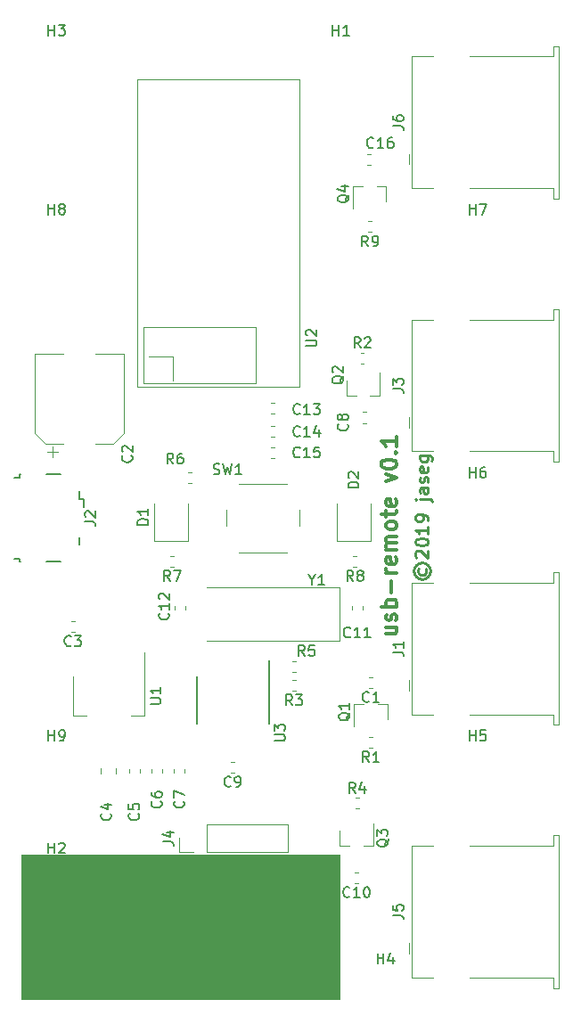
<source format=gbr>
From ac4cbca273e8bbde5b2f58df29e1fb6321fc2ee7 Mon Sep 17 00:00:00 2001
From: jaseg <git@jaseg.net>
Date: Wed, 14 Oct 2020 13:06:13 +0200
Subject: Fix driver circuits

---
 gerber/remote-F_SilkS.gbr | 2054 ---------------------------------------------
 1 file changed, 2054 deletions(-)
 delete mode 100644 gerber/remote-F_SilkS.gbr

(limited to 'gerber/remote-F_SilkS.gbr')

diff --git a/gerber/remote-F_SilkS.gbr b/gerber/remote-F_SilkS.gbr
deleted file mode 100644
index 7e4b24f..0000000
--- a/gerber/remote-F_SilkS.gbr
+++ /dev/null
@@ -1,2054 +0,0 @@
-G04 #@! TF.GenerationSoftware,KiCad,Pcbnew,(5.99.0-52-gefbc802f4)*
-G04 #@! TF.CreationDate,2019-11-04T16:58:43+01:00*
-G04 #@! TF.ProjectId,remote,72656d6f-7465-42e6-9b69-6361645f7063,rev?*
-G04 #@! TF.SameCoordinates,Original*
-G04 #@! TF.FileFunction,Legend,Top*
-G04 #@! TF.FilePolarity,Positive*
-%FSLAX46Y46*%
-G04 Gerber Fmt 4.6, Leading zero omitted, Abs format (unit mm)*
-G04 Created by KiCad (PCBNEW (5.99.0-52-gefbc802f4)) date 2019-11-04 16:58:43*
-%MOMM*%
-%LPD*%
-G04 APERTURE LIST*
-%ADD10C,0.100000*%
-%ADD11C,0.250000*%
-%ADD12C,0.300000*%
-%ADD13C,0.120000*%
-%ADD14C,0.150000*%
-G04 APERTURE END LIST*
-D10*
-G36*
-X182100000Y-164800000D02*
-G01*
-X151900000Y-164800000D01*
-X151900000Y-151100000D01*
-X182100000Y-151100000D01*
-X182100000Y-164800000D01*
-X182100000Y-164800000D01*
-G37*
-X182100000Y-164800000D02*
-X151900000Y-164800000D01*
-X151900000Y-151100000D01*
-X182100000Y-151100000D01*
-X182100000Y-164800000D01*
-D11*
-X189628571Y-123885714D02*
-X189571428Y-124000000D01*
-X189571428Y-124228571D01*
-X189628571Y-124342857D01*
-X189742857Y-124457142D01*
-X189857142Y-124514285D01*
-X190085714Y-124514285D01*
-X190200000Y-124457142D01*
-X190314285Y-124342857D01*
-X190371428Y-124228571D01*
-X190371428Y-124000000D01*
-X190314285Y-123885714D01*
-X189171428Y-124114285D02*
-X189228571Y-124400000D01*
-X189400000Y-124685714D01*
-X189685714Y-124857142D01*
-X189971428Y-124914285D01*
-X190257142Y-124857142D01*
-X190542857Y-124685714D01*
-X190714285Y-124400000D01*
-X190771428Y-124114285D01*
-X190714285Y-123828571D01*
-X190542857Y-123542857D01*
-X190257142Y-123371428D01*
-X189971428Y-123314285D01*
-X189685714Y-123371428D01*
-X189400000Y-123542857D01*
-X189228571Y-123828571D01*
-X189171428Y-124114285D01*
-X189457142Y-122857142D02*
-X189400000Y-122800000D01*
-X189342857Y-122685714D01*
-X189342857Y-122400000D01*
-X189400000Y-122285714D01*
-X189457142Y-122228571D01*
-X189571428Y-122171428D01*
-X189685714Y-122171428D01*
-X189857142Y-122228571D01*
-X190542857Y-122914285D01*
-X190542857Y-122171428D01*
-X189342857Y-121428571D02*
-X189342857Y-121314285D01*
-X189400000Y-121200000D01*
-X189457142Y-121142857D01*
-X189571428Y-121085714D01*
-X189800000Y-121028571D01*
-X190085714Y-121028571D01*
-X190314285Y-121085714D01*
-X190428571Y-121142857D01*
-X190485714Y-121200000D01*
-X190542857Y-121314285D01*
-X190542857Y-121428571D01*
-X190485714Y-121542857D01*
-X190428571Y-121600000D01*
-X190314285Y-121657142D01*
-X190085714Y-121714285D01*
-X189800000Y-121714285D01*
-X189571428Y-121657142D01*
-X189457142Y-121600000D01*
-X189400000Y-121542857D01*
-X189342857Y-121428571D01*
-X190542857Y-119885714D02*
-X190542857Y-120571428D01*
-X190542857Y-120228571D02*
-X189342857Y-120228571D01*
-X189514285Y-120342857D01*
-X189628571Y-120457142D01*
-X189685714Y-120571428D01*
-X190542857Y-119314285D02*
-X190542857Y-119085714D01*
-X190485714Y-118971428D01*
-X190428571Y-118914285D01*
-X190257142Y-118800000D01*
-X190028571Y-118742857D01*
-X189571428Y-118742857D01*
-X189457142Y-118800000D01*
-X189400000Y-118857142D01*
-X189342857Y-118971428D01*
-X189342857Y-119200000D01*
-X189400000Y-119314285D01*
-X189457142Y-119371428D01*
-X189571428Y-119428571D01*
-X189857142Y-119428571D01*
-X189971428Y-119371428D01*
-X190028571Y-119314285D01*
-X190085714Y-119200000D01*
-X190085714Y-118971428D01*
-X190028571Y-118857142D01*
-X189971428Y-118800000D01*
-X189857142Y-118742857D01*
-X189742857Y-117314285D02*
-X190771428Y-117314285D01*
-X190885714Y-117371428D01*
-X190942857Y-117485714D01*
-X190942857Y-117542857D01*
-X189342857Y-117314285D02*
-X189400000Y-117371428D01*
-X189457142Y-117314285D01*
-X189400000Y-117257142D01*
-X189342857Y-117314285D01*
-X189457142Y-117314285D01*
-X190542857Y-116228571D02*
-X189914285Y-116228571D01*
-X189800000Y-116285714D01*
-X189742857Y-116400000D01*
-X189742857Y-116628571D01*
-X189800000Y-116742857D01*
-X190485714Y-116228571D02*
-X190542857Y-116342857D01*
-X190542857Y-116628571D01*
-X190485714Y-116742857D01*
-X190371428Y-116800000D01*
-X190257142Y-116800000D01*
-X190142857Y-116742857D01*
-X190085714Y-116628571D01*
-X190085714Y-116342857D01*
-X190028571Y-116228571D01*
-X190485714Y-115714285D02*
-X190542857Y-115600000D01*
-X190542857Y-115371428D01*
-X190485714Y-115257142D01*
-X190371428Y-115200000D01*
-X190314285Y-115200000D01*
-X190200000Y-115257142D01*
-X190142857Y-115371428D01*
-X190142857Y-115542857D01*
-X190085714Y-115657142D01*
-X189971428Y-115714285D01*
-X189914285Y-115714285D01*
-X189800000Y-115657142D01*
-X189742857Y-115542857D01*
-X189742857Y-115371428D01*
-X189800000Y-115257142D01*
-X190485714Y-114228571D02*
-X190542857Y-114342857D01*
-X190542857Y-114571428D01*
-X190485714Y-114685714D01*
-X190371428Y-114742857D01*
-X189914285Y-114742857D01*
-X189800000Y-114685714D01*
-X189742857Y-114571428D01*
-X189742857Y-114342857D01*
-X189800000Y-114228571D01*
-X189914285Y-114171428D01*
-X190028571Y-114171428D01*
-X190142857Y-114742857D01*
-X189742857Y-113142857D02*
-X190714285Y-113142857D01*
-X190828571Y-113200000D01*
-X190885714Y-113257142D01*
-X190942857Y-113371428D01*
-X190942857Y-113542857D01*
-X190885714Y-113657142D01*
-X190485714Y-113142857D02*
-X190542857Y-113257142D01*
-X190542857Y-113485714D01*
-X190485714Y-113600000D01*
-X190428571Y-113657142D01*
-X190314285Y-113714285D01*
-X189971428Y-113714285D01*
-X189857142Y-113657142D01*
-X189800000Y-113600000D01*
-X189742857Y-113485714D01*
-X189742857Y-113257142D01*
-X189800000Y-113142857D01*
-D12*
-X186578571Y-129478571D02*
-X187578571Y-129478571D01*
-X186578571Y-130121428D02*
-X187364285Y-130121428D01*
-X187507142Y-130050000D01*
-X187578571Y-129907142D01*
-X187578571Y-129692857D01*
-X187507142Y-129550000D01*
-X187435714Y-129478571D01*
-X187507142Y-128835714D02*
-X187578571Y-128692857D01*
-X187578571Y-128407142D01*
-X187507142Y-128264285D01*
-X187364285Y-128192857D01*
-X187292857Y-128192857D01*
-X187150000Y-128264285D01*
-X187078571Y-128407142D01*
-X187078571Y-128621428D01*
-X187007142Y-128764285D01*
-X186864285Y-128835714D01*
-X186792857Y-128835714D01*
-X186650000Y-128764285D01*
-X186578571Y-128621428D01*
-X186578571Y-128407142D01*
-X186650000Y-128264285D01*
-X187578571Y-127550000D02*
-X186078571Y-127550000D01*
-X186650000Y-127550000D02*
-X186578571Y-127407142D01*
-X186578571Y-127121428D01*
-X186650000Y-126978571D01*
-X186721428Y-126907142D01*
-X186864285Y-126835714D01*
-X187292857Y-126835714D01*
-X187435714Y-126907142D01*
-X187507142Y-126978571D01*
-X187578571Y-127121428D01*
-X187578571Y-127407142D01*
-X187507142Y-127550000D01*
-X187007142Y-126192857D02*
-X187007142Y-125050000D01*
-X187578571Y-124335714D02*
-X186578571Y-124335714D01*
-X186864285Y-124335714D02*
-X186721428Y-124264285D01*
-X186650000Y-124192857D01*
-X186578571Y-124050000D01*
-X186578571Y-123907142D01*
-X187507142Y-122835714D02*
-X187578571Y-122978571D01*
-X187578571Y-123264285D01*
-X187507142Y-123407142D01*
-X187364285Y-123478571D01*
-X186792857Y-123478571D01*
-X186650000Y-123407142D01*
-X186578571Y-123264285D01*
-X186578571Y-122978571D01*
-X186650000Y-122835714D01*
-X186792857Y-122764285D01*
-X186935714Y-122764285D01*
-X187078571Y-123478571D01*
-X187578571Y-122121428D02*
-X186578571Y-122121428D01*
-X186721428Y-122121428D02*
-X186650000Y-122050000D01*
-X186578571Y-121907142D01*
-X186578571Y-121692857D01*
-X186650000Y-121550000D01*
-X186792857Y-121478571D01*
-X187578571Y-121478571D01*
-X186792857Y-121478571D02*
-X186650000Y-121407142D01*
-X186578571Y-121264285D01*
-X186578571Y-121050000D01*
-X186650000Y-120907142D01*
-X186792857Y-120835714D01*
-X187578571Y-120835714D01*
-X187578571Y-119907142D02*
-X187507142Y-120050000D01*
-X187435714Y-120121428D01*
-X187292857Y-120192857D01*
-X186864285Y-120192857D01*
-X186721428Y-120121428D01*
-X186650000Y-120050000D01*
-X186578571Y-119907142D01*
-X186578571Y-119692857D01*
-X186650000Y-119550000D01*
-X186721428Y-119478571D01*
-X186864285Y-119407142D01*
-X187292857Y-119407142D01*
-X187435714Y-119478571D01*
-X187507142Y-119550000D01*
-X187578571Y-119692857D01*
-X187578571Y-119907142D01*
-X186578571Y-118978571D02*
-X186578571Y-118407142D01*
-X186078571Y-118764285D02*
-X187364285Y-118764285D01*
-X187507142Y-118692857D01*
-X187578571Y-118550000D01*
-X187578571Y-118407142D01*
-X187507142Y-117335714D02*
-X187578571Y-117478571D01*
-X187578571Y-117764285D01*
-X187507142Y-117907142D01*
-X187364285Y-117978571D01*
-X186792857Y-117978571D01*
-X186650000Y-117907142D01*
-X186578571Y-117764285D01*
-X186578571Y-117478571D01*
-X186650000Y-117335714D01*
-X186792857Y-117264285D01*
-X186935714Y-117264285D01*
-X187078571Y-117978571D01*
-X186578571Y-115621428D02*
-X187578571Y-115264285D01*
-X186578571Y-114907142D01*
-X186078571Y-114050000D02*
-X186078571Y-113907142D01*
-X186150000Y-113764285D01*
-X186221428Y-113692857D01*
-X186364285Y-113621428D01*
-X186650000Y-113550000D01*
-X187007142Y-113550000D01*
-X187292857Y-113621428D01*
-X187435714Y-113692857D01*
-X187507142Y-113764285D01*
-X187578571Y-113907142D01*
-X187578571Y-114050000D01*
-X187507142Y-114192857D01*
-X187435714Y-114264285D01*
-X187292857Y-114335714D01*
-X187007142Y-114407142D01*
-X186650000Y-114407142D01*
-X186364285Y-114335714D01*
-X186221428Y-114264285D01*
-X186150000Y-114192857D01*
-X186078571Y-114050000D01*
-X187435714Y-112907142D02*
-X187507142Y-112835714D01*
-X187578571Y-112907142D01*
-X187507142Y-112978571D01*
-X187435714Y-112907142D01*
-X187578571Y-112907142D01*
-X187578571Y-111407142D02*
-X187578571Y-112264285D01*
-X187578571Y-111835714D02*
-X186078571Y-111835714D01*
-X186292857Y-111978571D01*
-X186435714Y-112121428D01*
-X186507142Y-112264285D01*
-D13*
-X182100000Y-125650000D02*
-X169500000Y-125650000D01*
-X182100000Y-130750000D02*
-X182100000Y-125650000D01*
-X169500000Y-130750000D02*
-X182100000Y-130750000D01*
-D14*
-X175450000Y-132650000D02*
-X175450000Y-138625000D01*
-X168550000Y-134175000D02*
-X168550000Y-138625000D01*
-D13*
-X163476000Y-106270000D02*
-X163476000Y-106270000D01*
-X174144000Y-106270000D02*
-X163476000Y-106270000D01*
-X162900000Y-106600000D02*
-X162900000Y-106600000D01*
-X178350000Y-106600000D02*
-X162900000Y-106600000D01*
-X178350000Y-77400000D02*
-X178350000Y-106600000D01*
-X162900000Y-77400000D02*
-X178350000Y-77400000D01*
-X162900000Y-106600000D02*
-X162900000Y-77400000D01*
-X166270000Y-106016000D02*
-X166270000Y-106016000D01*
-X166270000Y-103730000D02*
-X166270000Y-106016000D01*
-X163984000Y-103730000D02*
-X166270000Y-103730000D01*
-X174144000Y-106270000D02*
-X174144000Y-106270000D01*
-X174144000Y-100936000D02*
-X174144000Y-106270000D01*
-X163476000Y-100936000D02*
-X174144000Y-100936000D01*
-X163476000Y-106270000D02*
-X163476000Y-100936000D01*
-X163610000Y-131900000D02*
-X163610000Y-137910000D01*
-X156790000Y-134150000D02*
-X156790000Y-137910000D01*
-X163610000Y-137910000D02*
-X162350000Y-137910000D01*
-X156790000Y-137910000D02*
-X158050000Y-137910000D01*
-X178350000Y-119850000D02*
-X178350000Y-118350000D01*
-X177100000Y-115850000D02*
-X172600000Y-115850000D01*
-X171350000Y-118350000D02*
-X171350000Y-119850000D01*
-X172600000Y-122350000D02*
-X177100000Y-122350000D01*
-X185175279Y-90890000D02*
-X184849721Y-90890000D01*
-X185175279Y-91910000D02*
-X184849721Y-91910000D01*
-X183762779Y-122690000D02*
-X183437221Y-122690000D01*
-X183762779Y-123710000D02*
-X183437221Y-123710000D01*
-X166362779Y-122690000D02*
-X166037221Y-122690000D01*
-X166362779Y-123710000D02*
-X166037221Y-123710000D01*
-X168062779Y-114790000D02*
-X167737221Y-114790000D01*
-X168062779Y-115810000D02*
-X167737221Y-115810000D01*
-X177962779Y-132690000D02*
-X177637221Y-132690000D01*
-X177962779Y-133710000D02*
-X177637221Y-133710000D01*
-X183637221Y-146710000D02*
-X183962779Y-146710000D01*
-X183637221Y-145690000D02*
-X183962779Y-145690000D01*
-X177962779Y-134490000D02*
-X177637221Y-134490000D01*
-X177962779Y-135510000D02*
-X177637221Y-135510000D01*
-X184137221Y-104410000D02*
-X184462779Y-104410000D01*
-X184137221Y-103390000D02*
-X184462779Y-103390000D01*
-X185275279Y-139890000D02*
-X184949721Y-139890000D01*
-X185275279Y-140910000D02*
-X184949721Y-140910000D01*
-X186580000Y-87540000D02*
-X186580000Y-89000000D01*
-X183420000Y-87540000D02*
-X183420000Y-89700000D01*
-X183420000Y-87540000D02*
-X184350000Y-87540000D01*
-X186580000Y-87540000D02*
-X185650000Y-87540000D01*
-X182170000Y-150260000D02*
-X182170000Y-148800000D01*
-X185330000Y-150260000D02*
-X185330000Y-148100000D01*
-X185330000Y-150260000D02*
-X184400000Y-150260000D01*
-X182170000Y-150260000D02*
-X183100000Y-150260000D01*
-X182820000Y-107460000D02*
-X182820000Y-106000000D01*
-X185980000Y-107460000D02*
-X185980000Y-105300000D01*
-X185980000Y-107460000D02*
-X185050000Y-107460000D01*
-X182820000Y-107460000D02*
-X183750000Y-107460000D01*
-X186680000Y-136740000D02*
-X186680000Y-138200000D01*
-X183520000Y-136740000D02*
-X183520000Y-138900000D01*
-X183520000Y-136740000D02*
-X184450000Y-136740000D01*
-X186680000Y-136740000D02*
-X185750000Y-136740000D01*
-X202990000Y-88750000D02*
-X202990000Y-74250000D01*
-X202990000Y-74250000D02*
-X202490000Y-74250000D01*
-X202490000Y-74250000D02*
-X202490000Y-75250000D01*
-X202490000Y-75250000D02*
-X194490000Y-75250000D01*
-X190990000Y-75250000D02*
-X188990000Y-75250000D01*
-X188990000Y-75250000D02*
-X188990000Y-87750000D01*
-X188990000Y-87750000D02*
-X190990000Y-87750000D01*
-X194490000Y-87750000D02*
-X202490000Y-87750000D01*
-X202490000Y-87750000D02*
-X202490000Y-88750000D01*
-X202490000Y-88750000D02*
-X202990000Y-88750000D01*
-X188740000Y-85500000D02*
-X188740000Y-84500000D01*
-X202990000Y-163750000D02*
-X202990000Y-149250000D01*
-X202990000Y-149250000D02*
-X202490000Y-149250000D01*
-X202490000Y-149250000D02*
-X202490000Y-150250000D01*
-X202490000Y-150250000D02*
-X194490000Y-150250000D01*
-X190990000Y-150250000D02*
-X188990000Y-150250000D01*
-X188990000Y-150250000D02*
-X188990000Y-162750000D01*
-X188990000Y-162750000D02*
-X190990000Y-162750000D01*
-X194490000Y-162750000D02*
-X202490000Y-162750000D01*
-X202490000Y-162750000D02*
-X202490000Y-163750000D01*
-X202490000Y-163750000D02*
-X202990000Y-163750000D01*
-X188740000Y-160500000D02*
-X188740000Y-159500000D01*
-X166920000Y-150830000D02*
-X166920000Y-149500000D01*
-X168250000Y-150830000D02*
-X166920000Y-150830000D01*
-X169520000Y-150830000D02*
-X169520000Y-148170000D01*
-X169520000Y-148170000D02*
-X177200000Y-148170000D01*
-X169520000Y-150830000D02*
-X177200000Y-150830000D01*
-X177200000Y-150830000D02*
-X177200000Y-148170000D01*
-X202990000Y-113750000D02*
-X202990000Y-99250000D01*
-X202990000Y-99250000D02*
-X202490000Y-99250000D01*
-X202490000Y-99250000D02*
-X202490000Y-100250000D01*
-X202490000Y-100250000D02*
-X194490000Y-100250000D01*
-X190990000Y-100250000D02*
-X188990000Y-100250000D01*
-X188990000Y-100250000D02*
-X188990000Y-112750000D01*
-X188990000Y-112750000D02*
-X190990000Y-112750000D01*
-X194490000Y-112750000D02*
-X202490000Y-112750000D01*
-X202490000Y-112750000D02*
-X202490000Y-113750000D01*
-X202490000Y-113750000D02*
-X202990000Y-113750000D01*
-X188740000Y-110500000D02*
-X188740000Y-109500000D01*
-D14*
-X157400000Y-120900000D02*
-X157400000Y-121625000D01*
-X157400000Y-117300000D02*
-X157400000Y-116575000D01*
-X157825000Y-117300000D02*
-X157400000Y-117300000D01*
-X157825000Y-118025000D02*
-X157825000Y-117300000D01*
-X154250000Y-123250000D02*
-X155650000Y-123250000D01*
-X151700000Y-123250000D02*
-X151850000Y-123250000D01*
-X151700000Y-122950000D02*
-X151700000Y-123250000D01*
-X151250000Y-122950000D02*
-X151700000Y-122950000D01*
-X151700000Y-115250000D02*
-X151250000Y-115250000D01*
-X151700000Y-114950000D02*
-X151700000Y-115250000D01*
-X151850000Y-114950000D02*
-X151700000Y-114950000D01*
-X155650000Y-114950000D02*
-X154250000Y-114950000D01*
-D13*
-X202990000Y-138750000D02*
-X202990000Y-124250000D01*
-X202990000Y-124250000D02*
-X202490000Y-124250000D01*
-X202490000Y-124250000D02*
-X202490000Y-125250000D01*
-X202490000Y-125250000D02*
-X194490000Y-125250000D01*
-X190990000Y-125250000D02*
-X188990000Y-125250000D01*
-X188990000Y-125250000D02*
-X188990000Y-137750000D01*
-X188990000Y-137750000D02*
-X190990000Y-137750000D01*
-X194490000Y-137750000D02*
-X202490000Y-137750000D01*
-X202490000Y-137750000D02*
-X202490000Y-138750000D01*
-X202490000Y-138750000D02*
-X202990000Y-138750000D01*
-X188740000Y-135500000D02*
-X188740000Y-134500000D01*
-X181900000Y-121300000D02*
-X185100000Y-121300000D01*
-X185100000Y-117700000D02*
-X185100000Y-121300000D01*
-X181900000Y-117700000D02*
-X181900000Y-121300000D01*
-X164500000Y-121300000D02*
-X167700000Y-121300000D01*
-X167700000Y-117700000D02*
-X167700000Y-121300000D01*
-X164500000Y-117700000D02*
-X164500000Y-121300000D01*
-X185112779Y-84540000D02*
-X184787221Y-84540000D01*
-X185112779Y-85560000D02*
-X184787221Y-85560000D01*
-X175962779Y-112390000D02*
-X175637221Y-112390000D01*
-X175962779Y-113410000D02*
-X175637221Y-113410000D01*
-X175925279Y-110390000D02*
-X175599721Y-110390000D01*
-X175925279Y-111410000D02*
-X175599721Y-111410000D01*
-X175925279Y-108140000D02*
-X175599721Y-108140000D01*
-X175925279Y-109160000D02*
-X175599721Y-109160000D01*
-X167510000Y-127762779D02*
-X167510000Y-127437221D01*
-X166490000Y-127762779D02*
-X166490000Y-127437221D01*
-X184310000Y-127762779D02*
-X184310000Y-127437221D01*
-X183290000Y-127762779D02*
-X183290000Y-127437221D01*
-X183912779Y-152740000D02*
-X183587221Y-152740000D01*
-X183912779Y-153760000D02*
-X183587221Y-153760000D01*
-X172125279Y-142240000D02*
-X171799721Y-142240000D01*
-X172125279Y-143260000D02*
-X171799721Y-143260000D01*
-X184662779Y-109040000D02*
-X184337221Y-109040000D01*
-X184662779Y-110060000D02*
-X184337221Y-110060000D01*
-X166390000Y-142937221D02*
-X166390000Y-143262779D01*
-X167410000Y-142937221D02*
-X167410000Y-143262779D01*
-X164240000Y-142937221D02*
-X164240000Y-143262779D01*
-X165260000Y-142937221D02*
-X165260000Y-143262779D01*
-X162140000Y-142937221D02*
-X162140000Y-143262779D01*
-X163160000Y-142937221D02*
-X163160000Y-143262779D01*
-X159440000Y-142841422D02*
-X159440000Y-143358578D01*
-X160860000Y-142841422D02*
-X160860000Y-143358578D01*
-X156962779Y-128890000D02*
-X156637221Y-128890000D01*
-X156962779Y-129910000D02*
-X156637221Y-129910000D01*
-X154390000Y-112800000D02*
-X155390000Y-112800000D01*
-X154890000Y-113300000D02*
-X154890000Y-112300000D01*
-X160595563Y-112060000D02*
-X161660000Y-110995563D01*
-X154204437Y-112060000D02*
-X153140000Y-110995563D01*
-X154204437Y-112060000D02*
-X155890000Y-112060000D01*
-X160595563Y-112060000D02*
-X158910000Y-112060000D01*
-X161660000Y-110995563D02*
-X161660000Y-103540000D01*
-X153140000Y-110995563D02*
-X153140000Y-103540000D01*
-X153140000Y-103540000D02*
-X155890000Y-103540000D01*
-X161660000Y-103540000D02*
-X158910000Y-103540000D01*
-X185262779Y-134190000D02*
-X184937221Y-134190000D01*
-X185262779Y-135210000D02*
-X184937221Y-135210000D01*
-D14*
-X154488095Y-140252380D02*
-X154488095Y-139252380D01*
-X154488095Y-139728571D02*
-X155059523Y-139728571D01*
-X155059523Y-140252380D02*
-X155059523Y-139252380D01*
-X155583333Y-140252380D02*
-X155773809Y-140252380D01*
-X155869047Y-140204761D01*
-X155916666Y-140157142D01*
-X156011904Y-140014285D01*
-X156059523Y-139823809D01*
-X156059523Y-139442857D01*
-X156011904Y-139347619D01*
-X155964285Y-139300000D01*
-X155869047Y-139252380D01*
-X155678571Y-139252380D01*
-X155583333Y-139300000D01*
-X155535714Y-139347619D01*
-X155488095Y-139442857D01*
-X155488095Y-139680952D01*
-X155535714Y-139776190D01*
-X155583333Y-139823809D01*
-X155678571Y-139871428D01*
-X155869047Y-139871428D01*
-X155964285Y-139823809D01*
-X156011904Y-139776190D01*
-X156059523Y-139680952D01*
-X154488095Y-90252380D02*
-X154488095Y-89252380D01*
-X154488095Y-89728571D02*
-X155059523Y-89728571D01*
-X155059523Y-90252380D02*
-X155059523Y-89252380D01*
-X155678571Y-89680952D02*
-X155583333Y-89633333D01*
-X155535714Y-89585714D01*
-X155488095Y-89490476D01*
-X155488095Y-89442857D01*
-X155535714Y-89347619D01*
-X155583333Y-89300000D01*
-X155678571Y-89252380D01*
-X155869047Y-89252380D01*
-X155964285Y-89300000D01*
-X156011904Y-89347619D01*
-X156059523Y-89442857D01*
-X156059523Y-89490476D01*
-X156011904Y-89585714D01*
-X155964285Y-89633333D01*
-X155869047Y-89680952D01*
-X155678571Y-89680952D01*
-X155583333Y-89728571D01*
-X155535714Y-89776190D01*
-X155488095Y-89871428D01*
-X155488095Y-90061904D01*
-X155535714Y-90157142D01*
-X155583333Y-90204761D01*
-X155678571Y-90252380D01*
-X155869047Y-90252380D01*
-X155964285Y-90204761D01*
-X156011904Y-90157142D01*
-X156059523Y-90061904D01*
-X156059523Y-89871428D01*
-X156011904Y-89776190D01*
-X155964285Y-89728571D01*
-X155869047Y-89680952D01*
-X194488095Y-90252380D02*
-X194488095Y-89252380D01*
-X194488095Y-89728571D02*
-X195059523Y-89728571D01*
-X195059523Y-90252380D02*
-X195059523Y-89252380D01*
-X195440476Y-89252380D02*
-X196107142Y-89252380D01*
-X195678571Y-90252380D01*
-X194488095Y-115252380D02*
-X194488095Y-114252380D01*
-X194488095Y-114728571D02*
-X195059523Y-114728571D01*
-X195059523Y-115252380D02*
-X195059523Y-114252380D01*
-X195964285Y-114252380D02*
-X195773809Y-114252380D01*
-X195678571Y-114300000D01*
-X195630952Y-114347619D01*
-X195535714Y-114490476D01*
-X195488095Y-114680952D01*
-X195488095Y-115061904D01*
-X195535714Y-115157142D01*
-X195583333Y-115204761D01*
-X195678571Y-115252380D01*
-X195869047Y-115252380D01*
-X195964285Y-115204761D01*
-X196011904Y-115157142D01*
-X196059523Y-115061904D01*
-X196059523Y-114823809D01*
-X196011904Y-114728571D01*
-X195964285Y-114680952D01*
-X195869047Y-114633333D01*
-X195678571Y-114633333D01*
-X195583333Y-114680952D01*
-X195535714Y-114728571D01*
-X195488095Y-114823809D01*
-X194488095Y-140252380D02*
-X194488095Y-139252380D01*
-X194488095Y-139728571D02*
-X195059523Y-139728571D01*
-X195059523Y-140252380D02*
-X195059523Y-139252380D01*
-X196011904Y-139252380D02*
-X195535714Y-139252380D01*
-X195488095Y-139728571D01*
-X195535714Y-139680952D01*
-X195630952Y-139633333D01*
-X195869047Y-139633333D01*
-X195964285Y-139680952D01*
-X196011904Y-139728571D01*
-X196059523Y-139823809D01*
-X196059523Y-140061904D01*
-X196011904Y-140157142D01*
-X195964285Y-140204761D01*
-X195869047Y-140252380D01*
-X195630952Y-140252380D01*
-X195535714Y-140204761D01*
-X195488095Y-140157142D01*
-X179523809Y-124976190D02*
-X179523809Y-125452380D01*
-X179190476Y-124452380D02*
-X179523809Y-124976190D01*
-X179857142Y-124452380D01*
-X180714285Y-125452380D02*
-X180142857Y-125452380D01*
-X180428571Y-125452380D02*
-X180428571Y-124452380D01*
-X180333333Y-124595238D01*
-X180238095Y-124690476D01*
-X180142857Y-124738095D01*
-X185738095Y-161452380D02*
-X185738095Y-160452380D01*
-X185738095Y-160928571D02*
-X186309523Y-160928571D01*
-X186309523Y-161452380D02*
-X186309523Y-160452380D01*
-X187214285Y-160785714D02*
-X187214285Y-161452380D01*
-X186976190Y-160404761D02*
-X186738095Y-161119047D01*
-X187357142Y-161119047D01*
-X154488095Y-73252380D02*
-X154488095Y-72252380D01*
-X154488095Y-72728571D02*
-X155059523Y-72728571D01*
-X155059523Y-73252380D02*
-X155059523Y-72252380D01*
-X155440476Y-72252380D02*
-X156059523Y-72252380D01*
-X155726190Y-72633333D01*
-X155869047Y-72633333D01*
-X155964285Y-72680952D01*
-X156011904Y-72728571D01*
-X156059523Y-72823809D01*
-X156059523Y-73061904D01*
-X156011904Y-73157142D01*
-X155964285Y-73204761D01*
-X155869047Y-73252380D01*
-X155583333Y-73252380D01*
-X155488095Y-73204761D01*
-X155440476Y-73157142D01*
-X154488095Y-150952380D02*
-X154488095Y-149952380D01*
-X154488095Y-150428571D02*
-X155059523Y-150428571D01*
-X155059523Y-150952380D02*
-X155059523Y-149952380D01*
-X155488095Y-150047619D02*
-X155535714Y-150000000D01*
-X155630952Y-149952380D01*
-X155869047Y-149952380D01*
-X155964285Y-150000000D01*
-X156011904Y-150047619D01*
-X156059523Y-150142857D01*
-X156059523Y-150238095D01*
-X156011904Y-150380952D01*
-X155440476Y-150952380D01*
-X156059523Y-150952380D01*
-X181488095Y-73252380D02*
-X181488095Y-72252380D01*
-X181488095Y-72728571D02*
-X182059523Y-72728571D01*
-X182059523Y-73252380D02*
-X182059523Y-72252380D01*
-X183059523Y-73252380D02*
-X182488095Y-73252380D01*
-X182773809Y-73252380D02*
-X182773809Y-72252380D01*
-X182678571Y-72395238D01*
-X182583333Y-72490476D01*
-X182488095Y-72538095D01*
-X175952380Y-140261904D02*
-X176761904Y-140261904D01*
-X176857142Y-140214285D01*
-X176904761Y-140166666D01*
-X176952380Y-140071428D01*
-X176952380Y-139880952D01*
-X176904761Y-139785714D01*
-X176857142Y-139738095D01*
-X176761904Y-139690476D01*
-X175952380Y-139690476D01*
-X175952380Y-139309523D02*
-X175952380Y-138690476D01*
-X176333333Y-139023809D01*
-X176333333Y-138880952D01*
-X176380952Y-138785714D01*
-X176428571Y-138738095D01*
-X176523809Y-138690476D01*
-X176761904Y-138690476D01*
-X176857142Y-138738095D01*
-X176904761Y-138785714D01*
-X176952380Y-138880952D01*
-X176952380Y-139166666D01*
-X176904761Y-139261904D01*
-X176857142Y-139309523D01*
-X178952380Y-102761904D02*
-X179761904Y-102761904D01*
-X179857142Y-102714285D01*
-X179904761Y-102666666D01*
-X179952380Y-102571428D01*
-X179952380Y-102380952D01*
-X179904761Y-102285714D01*
-X179857142Y-102238095D01*
-X179761904Y-102190476D01*
-X178952380Y-102190476D01*
-X179047619Y-101761904D02*
-X179000000Y-101714285D01*
-X178952380Y-101619047D01*
-X178952380Y-101380952D01*
-X179000000Y-101285714D01*
-X179047619Y-101238095D01*
-X179142857Y-101190476D01*
-X179238095Y-101190476D01*
-X179380952Y-101238095D01*
-X179952380Y-101809523D01*
-X179952380Y-101190476D01*
-X164152380Y-136761904D02*
-X164961904Y-136761904D01*
-X165057142Y-136714285D01*
-X165104761Y-136666666D01*
-X165152380Y-136571428D01*
-X165152380Y-136380952D01*
-X165104761Y-136285714D01*
-X165057142Y-136238095D01*
-X164961904Y-136190476D01*
-X164152380Y-136190476D01*
-X165152380Y-135190476D02*
-X165152380Y-135761904D01*
-X165152380Y-135476190D02*
-X164152380Y-135476190D01*
-X164295238Y-135571428D01*
-X164390476Y-135666666D01*
-X164438095Y-135761904D01*
-X170166666Y-114904761D02*
-X170309523Y-114952380D01*
-X170547619Y-114952380D01*
-X170642857Y-114904761D01*
-X170690476Y-114857142D01*
-X170738095Y-114761904D01*
-X170738095Y-114666666D01*
-X170690476Y-114571428D01*
-X170642857Y-114523809D01*
-X170547619Y-114476190D01*
-X170357142Y-114428571D01*
-X170261904Y-114380952D01*
-X170214285Y-114333333D01*
-X170166666Y-114238095D01*
-X170166666Y-114142857D01*
-X170214285Y-114047619D01*
-X170261904Y-114000000D01*
-X170357142Y-113952380D01*
-X170595238Y-113952380D01*
-X170738095Y-114000000D01*
-X171071428Y-113952380D02*
-X171309523Y-114952380D01*
-X171500000Y-114238095D01*
-X171690476Y-114952380D01*
-X171928571Y-113952380D01*
-X172833333Y-114952380D02*
-X172261904Y-114952380D01*
-X172547619Y-114952380D02*
-X172547619Y-113952380D01*
-X172452380Y-114095238D01*
-X172357142Y-114190476D01*
-X172261904Y-114238095D01*
-X184845833Y-93282380D02*
-X184512500Y-92806190D01*
-X184274404Y-93282380D02*
-X184274404Y-92282380D01*
-X184655357Y-92282380D01*
-X184750595Y-92330000D01*
-X184798214Y-92377619D01*
-X184845833Y-92472857D01*
-X184845833Y-92615714D01*
-X184798214Y-92710952D01*
-X184750595Y-92758571D01*
-X184655357Y-92806190D01*
-X184274404Y-92806190D01*
-X185322023Y-93282380D02*
-X185512500Y-93282380D01*
-X185607738Y-93234761D01*
-X185655357Y-93187142D01*
-X185750595Y-93044285D01*
-X185798214Y-92853809D01*
-X185798214Y-92472857D01*
-X185750595Y-92377619D01*
-X185702976Y-92330000D01*
-X185607738Y-92282380D01*
-X185417261Y-92282380D01*
-X185322023Y-92330000D01*
-X185274404Y-92377619D01*
-X185226785Y-92472857D01*
-X185226785Y-92710952D01*
-X185274404Y-92806190D01*
-X185322023Y-92853809D01*
-X185417261Y-92901428D01*
-X185607738Y-92901428D01*
-X185702976Y-92853809D01*
-X185750595Y-92806190D01*
-X185798214Y-92710952D01*
-X183433333Y-125082380D02*
-X183100000Y-124606190D01*
-X182861904Y-125082380D02*
-X182861904Y-124082380D01*
-X183242857Y-124082380D01*
-X183338095Y-124130000D01*
-X183385714Y-124177619D01*
-X183433333Y-124272857D01*
-X183433333Y-124415714D01*
-X183385714Y-124510952D01*
-X183338095Y-124558571D01*
-X183242857Y-124606190D01*
-X182861904Y-124606190D01*
-X184004761Y-124510952D02*
-X183909523Y-124463333D01*
-X183861904Y-124415714D01*
-X183814285Y-124320476D01*
-X183814285Y-124272857D01*
-X183861904Y-124177619D01*
-X183909523Y-124130000D01*
-X184004761Y-124082380D01*
-X184195238Y-124082380D01*
-X184290476Y-124130000D01*
-X184338095Y-124177619D01*
-X184385714Y-124272857D01*
-X184385714Y-124320476D01*
-X184338095Y-124415714D01*
-X184290476Y-124463333D01*
-X184195238Y-124510952D01*
-X184004761Y-124510952D01*
-X183909523Y-124558571D01*
-X183861904Y-124606190D01*
-X183814285Y-124701428D01*
-X183814285Y-124891904D01*
-X183861904Y-124987142D01*
-X183909523Y-125034761D01*
-X184004761Y-125082380D01*
-X184195238Y-125082380D01*
-X184290476Y-125034761D01*
-X184338095Y-124987142D01*
-X184385714Y-124891904D01*
-X184385714Y-124701428D01*
-X184338095Y-124606190D01*
-X184290476Y-124558571D01*
-X184195238Y-124510952D01*
-X166033333Y-125082380D02*
-X165700000Y-124606190D01*
-X165461904Y-125082380D02*
-X165461904Y-124082380D01*
-X165842857Y-124082380D01*
-X165938095Y-124130000D01*
-X165985714Y-124177619D01*
-X166033333Y-124272857D01*
-X166033333Y-124415714D01*
-X165985714Y-124510952D01*
-X165938095Y-124558571D01*
-X165842857Y-124606190D01*
-X165461904Y-124606190D01*
-X166366666Y-124082380D02*
-X167033333Y-124082380D01*
-X166604761Y-125082380D01*
-X166333333Y-113952380D02*
-X166000000Y-113476190D01*
-X165761904Y-113952380D02*
-X165761904Y-112952380D01*
-X166142857Y-112952380D01*
-X166238095Y-113000000D01*
-X166285714Y-113047619D01*
-X166333333Y-113142857D01*
-X166333333Y-113285714D01*
-X166285714Y-113380952D01*
-X166238095Y-113428571D01*
-X166142857Y-113476190D01*
-X165761904Y-113476190D01*
-X167190476Y-112952380D02*
-X167000000Y-112952380D01*
-X166904761Y-113000000D01*
-X166857142Y-113047619D01*
-X166761904Y-113190476D01*
-X166714285Y-113380952D01*
-X166714285Y-113761904D01*
-X166761904Y-113857142D01*
-X166809523Y-113904761D01*
-X166904761Y-113952380D01*
-X167095238Y-113952380D01*
-X167190476Y-113904761D01*
-X167238095Y-113857142D01*
-X167285714Y-113761904D01*
-X167285714Y-113523809D01*
-X167238095Y-113428571D01*
-X167190476Y-113380952D01*
-X167095238Y-113333333D01*
-X166904761Y-113333333D01*
-X166809523Y-113380952D01*
-X166761904Y-113428571D01*
-X166714285Y-113523809D01*
-X178833333Y-132202380D02*
-X178500000Y-131726190D01*
-X178261904Y-132202380D02*
-X178261904Y-131202380D01*
-X178642857Y-131202380D01*
-X178738095Y-131250000D01*
-X178785714Y-131297619D01*
-X178833333Y-131392857D01*
-X178833333Y-131535714D01*
-X178785714Y-131630952D01*
-X178738095Y-131678571D01*
-X178642857Y-131726190D01*
-X178261904Y-131726190D01*
-X179738095Y-131202380D02*
-X179261904Y-131202380D01*
-X179214285Y-131678571D01*
-X179261904Y-131630952D01*
-X179357142Y-131583333D01*
-X179595238Y-131583333D01*
-X179690476Y-131630952D01*
-X179738095Y-131678571D01*
-X179785714Y-131773809D01*
-X179785714Y-132011904D01*
-X179738095Y-132107142D01*
-X179690476Y-132154761D01*
-X179595238Y-132202380D01*
-X179357142Y-132202380D01*
-X179261904Y-132154761D01*
-X179214285Y-132107142D01*
-X183633333Y-145222380D02*
-X183300000Y-144746190D01*
-X183061904Y-145222380D02*
-X183061904Y-144222380D01*
-X183442857Y-144222380D01*
-X183538095Y-144270000D01*
-X183585714Y-144317619D01*
-X183633333Y-144412857D01*
-X183633333Y-144555714D01*
-X183585714Y-144650952D01*
-X183538095Y-144698571D01*
-X183442857Y-144746190D01*
-X183061904Y-144746190D01*
-X184490476Y-144555714D02*
-X184490476Y-145222380D01*
-X184252380Y-144174761D02*
-X184014285Y-144889047D01*
-X184633333Y-144889047D01*
-X177633333Y-136882380D02*
-X177300000Y-136406190D01*
-X177061904Y-136882380D02*
-X177061904Y-135882380D01*
-X177442857Y-135882380D01*
-X177538095Y-135930000D01*
-X177585714Y-135977619D01*
-X177633333Y-136072857D01*
-X177633333Y-136215714D01*
-X177585714Y-136310952D01*
-X177538095Y-136358571D01*
-X177442857Y-136406190D01*
-X177061904Y-136406190D01*
-X177966666Y-135882380D02*
-X178585714Y-135882380D01*
-X178252380Y-136263333D01*
-X178395238Y-136263333D01*
-X178490476Y-136310952D01*
-X178538095Y-136358571D01*
-X178585714Y-136453809D01*
-X178585714Y-136691904D01*
-X178538095Y-136787142D01*
-X178490476Y-136834761D01*
-X178395238Y-136882380D01*
-X178109523Y-136882380D01*
-X178014285Y-136834761D01*
-X177966666Y-136787142D01*
-X184133333Y-102922380D02*
-X183800000Y-102446190D01*
-X183561904Y-102922380D02*
-X183561904Y-101922380D01*
-X183942857Y-101922380D01*
-X184038095Y-101970000D01*
-X184085714Y-102017619D01*
-X184133333Y-102112857D01*
-X184133333Y-102255714D01*
-X184085714Y-102350952D01*
-X184038095Y-102398571D01*
-X183942857Y-102446190D01*
-X183561904Y-102446190D01*
-X184514285Y-102017619D02*
-X184561904Y-101970000D01*
-X184657142Y-101922380D01*
-X184895238Y-101922380D01*
-X184990476Y-101970000D01*
-X185038095Y-102017619D01*
-X185085714Y-102112857D01*
-X185085714Y-102208095D01*
-X185038095Y-102350952D01*
-X184466666Y-102922380D01*
-X185085714Y-102922380D01*
-X184945833Y-142282380D02*
-X184612500Y-141806190D01*
-X184374404Y-142282380D02*
-X184374404Y-141282380D01*
-X184755357Y-141282380D01*
-X184850595Y-141330000D01*
-X184898214Y-141377619D01*
-X184945833Y-141472857D01*
-X184945833Y-141615714D01*
-X184898214Y-141710952D01*
-X184850595Y-141758571D01*
-X184755357Y-141806190D01*
-X184374404Y-141806190D01*
-X185898214Y-142282380D02*
-X185326785Y-142282380D01*
-X185612500Y-142282380D02*
-X185612500Y-141282380D01*
-X185517261Y-141425238D01*
-X185422023Y-141520476D01*
-X185326785Y-141568095D01*
-X183047619Y-88395238D02*
-X183000000Y-88490476D01*
-X182904761Y-88585714D01*
-X182761904Y-88728571D01*
-X182714285Y-88823809D01*
-X182714285Y-88919047D01*
-X182952380Y-88871428D02*
-X182904761Y-88966666D01*
-X182809523Y-89061904D01*
-X182619047Y-89109523D01*
-X182285714Y-89109523D01*
-X182095238Y-89061904D01*
-X182000000Y-88966666D01*
-X181952380Y-88871428D01*
-X181952380Y-88680952D01*
-X182000000Y-88585714D01*
-X182095238Y-88490476D01*
-X182285714Y-88442857D01*
-X182619047Y-88442857D01*
-X182809523Y-88490476D01*
-X182904761Y-88585714D01*
-X182952380Y-88680952D01*
-X182952380Y-88871428D01*
-X182285714Y-87585714D02*
-X182952380Y-87585714D01*
-X181904761Y-87823809D02*
-X182619047Y-88061904D01*
-X182619047Y-87442857D01*
-X186797619Y-149595238D02*
-X186750000Y-149690476D01*
-X186654761Y-149785714D01*
-X186511904Y-149928571D01*
-X186464285Y-150023809D01*
-X186464285Y-150119047D01*
-X186702380Y-150071428D02*
-X186654761Y-150166666D01*
-X186559523Y-150261904D01*
-X186369047Y-150309523D01*
-X186035714Y-150309523D01*
-X185845238Y-150261904D01*
-X185750000Y-150166666D01*
-X185702380Y-150071428D01*
-X185702380Y-149880952D01*
-X185750000Y-149785714D01*
-X185845238Y-149690476D01*
-X186035714Y-149642857D01*
-X186369047Y-149642857D01*
-X186559523Y-149690476D01*
-X186654761Y-149785714D01*
-X186702380Y-149880952D01*
-X186702380Y-150071428D01*
-X185702380Y-149309523D02*
-X185702380Y-148690476D01*
-X186083333Y-149023809D01*
-X186083333Y-148880952D01*
-X186130952Y-148785714D01*
-X186178571Y-148738095D01*
-X186273809Y-148690476D01*
-X186511904Y-148690476D01*
-X186607142Y-148738095D01*
-X186654761Y-148785714D01*
-X186702380Y-148880952D01*
-X186702380Y-149166666D01*
-X186654761Y-149261904D01*
-X186607142Y-149309523D01*
-X182547619Y-105595238D02*
-X182500000Y-105690476D01*
-X182404761Y-105785714D01*
-X182261904Y-105928571D01*
-X182214285Y-106023809D01*
-X182214285Y-106119047D01*
-X182452380Y-106071428D02*
-X182404761Y-106166666D01*
-X182309523Y-106261904D01*
-X182119047Y-106309523D01*
-X181785714Y-106309523D01*
-X181595238Y-106261904D01*
-X181500000Y-106166666D01*
-X181452380Y-106071428D01*
-X181452380Y-105880952D01*
-X181500000Y-105785714D01*
-X181595238Y-105690476D01*
-X181785714Y-105642857D01*
-X182119047Y-105642857D01*
-X182309523Y-105690476D01*
-X182404761Y-105785714D01*
-X182452380Y-105880952D01*
-X182452380Y-106071428D01*
-X181547619Y-105261904D02*
-X181500000Y-105214285D01*
-X181452380Y-105119047D01*
-X181452380Y-104880952D01*
-X181500000Y-104785714D01*
-X181547619Y-104738095D01*
-X181642857Y-104690476D01*
-X181738095Y-104690476D01*
-X181880952Y-104738095D01*
-X182452380Y-105309523D01*
-X182452380Y-104690476D01*
-X183147619Y-137595238D02*
-X183100000Y-137690476D01*
-X183004761Y-137785714D01*
-X182861904Y-137928571D01*
-X182814285Y-138023809D01*
-X182814285Y-138119047D01*
-X183052380Y-138071428D02*
-X183004761Y-138166666D01*
-X182909523Y-138261904D01*
-X182719047Y-138309523D01*
-X182385714Y-138309523D01*
-X182195238Y-138261904D01*
-X182100000Y-138166666D01*
-X182052380Y-138071428D01*
-X182052380Y-137880952D01*
-X182100000Y-137785714D01*
-X182195238Y-137690476D01*
-X182385714Y-137642857D01*
-X182719047Y-137642857D01*
-X182909523Y-137690476D01*
-X183004761Y-137785714D01*
-X183052380Y-137880952D01*
-X183052380Y-138071428D01*
-X183052380Y-136690476D02*
-X183052380Y-137261904D01*
-X183052380Y-136976190D02*
-X182052380Y-136976190D01*
-X182195238Y-137071428D01*
-X182290476Y-137166666D01*
-X182338095Y-137261904D01*
-X187192380Y-81833333D02*
-X187906666Y-81833333D01*
-X188049523Y-81880952D01*
-X188144761Y-81976190D01*
-X188192380Y-82119047D01*
-X188192380Y-82214285D01*
-X187192380Y-80928571D02*
-X187192380Y-81119047D01*
-X187240000Y-81214285D01*
-X187287619Y-81261904D01*
-X187430476Y-81357142D01*
-X187620952Y-81404761D01*
-X188001904Y-81404761D01*
-X188097142Y-81357142D01*
-X188144761Y-81309523D01*
-X188192380Y-81214285D01*
-X188192380Y-81023809D01*
-X188144761Y-80928571D01*
-X188097142Y-80880952D01*
-X188001904Y-80833333D01*
-X187763809Y-80833333D01*
-X187668571Y-80880952D01*
-X187620952Y-80928571D01*
-X187573333Y-81023809D01*
-X187573333Y-81214285D01*
-X187620952Y-81309523D01*
-X187668571Y-81357142D01*
-X187763809Y-81404761D01*
-X187192380Y-156833333D02*
-X187906666Y-156833333D01*
-X188049523Y-156880952D01*
-X188144761Y-156976190D01*
-X188192380Y-157119047D01*
-X188192380Y-157214285D01*
-X187192380Y-155880952D02*
-X187192380Y-156357142D01*
-X187668571Y-156404761D01*
-X187620952Y-156357142D01*
-X187573333Y-156261904D01*
-X187573333Y-156023809D01*
-X187620952Y-155928571D01*
-X187668571Y-155880952D01*
-X187763809Y-155833333D01*
-X188001904Y-155833333D01*
-X188097142Y-155880952D01*
-X188144761Y-155928571D01*
-X188192380Y-156023809D01*
-X188192380Y-156261904D01*
-X188144761Y-156357142D01*
-X188097142Y-156404761D01*
-X165372380Y-149833333D02*
-X166086666Y-149833333D01*
-X166229523Y-149880952D01*
-X166324761Y-149976190D01*
-X166372380Y-150119047D01*
-X166372380Y-150214285D01*
-X165705714Y-148928571D02*
-X166372380Y-148928571D01*
-X165324761Y-149166666D02*
-X166039047Y-149404761D01*
-X166039047Y-148785714D01*
-X187192380Y-106833333D02*
-X187906666Y-106833333D01*
-X188049523Y-106880952D01*
-X188144761Y-106976190D01*
-X188192380Y-107119047D01*
-X188192380Y-107214285D01*
-X187192380Y-106452380D02*
-X187192380Y-105833333D01*
-X187573333Y-106166666D01*
-X187573333Y-106023809D01*
-X187620952Y-105928571D01*
-X187668571Y-105880952D01*
-X187763809Y-105833333D01*
-X188001904Y-105833333D01*
-X188097142Y-105880952D01*
-X188144761Y-105928571D01*
-X188192380Y-106023809D01*
-X188192380Y-106309523D01*
-X188144761Y-106404761D01*
-X188097142Y-106452380D01*
-X157952380Y-119433333D02*
-X158666666Y-119433333D01*
-X158809523Y-119480952D01*
-X158904761Y-119576190D01*
-X158952380Y-119719047D01*
-X158952380Y-119814285D01*
-X158047619Y-119004761D02*
-X158000000Y-118957142D01*
-X157952380Y-118861904D01*
-X157952380Y-118623809D01*
-X158000000Y-118528571D01*
-X158047619Y-118480952D01*
-X158142857Y-118433333D01*
-X158238095Y-118433333D01*
-X158380952Y-118480952D01*
-X158952380Y-119052380D01*
-X158952380Y-118433333D01*
-X187192380Y-131833333D02*
-X187906666Y-131833333D01*
-X188049523Y-131880952D01*
-X188144761Y-131976190D01*
-X188192380Y-132119047D01*
-X188192380Y-132214285D01*
-X188192380Y-130833333D02*
-X188192380Y-131404761D01*
-X188192380Y-131119047D02*
-X187192380Y-131119047D01*
-X187335238Y-131214285D01*
-X187430476Y-131309523D01*
-X187478095Y-131404761D01*
-X183952380Y-116238095D02*
-X182952380Y-116238095D01*
-X182952380Y-116000000D01*
-X183000000Y-115857142D01*
-X183095238Y-115761904D01*
-X183190476Y-115714285D01*
-X183380952Y-115666666D01*
-X183523809Y-115666666D01*
-X183714285Y-115714285D01*
-X183809523Y-115761904D01*
-X183904761Y-115857142D01*
-X183952380Y-116000000D01*
-X183952380Y-116238095D01*
-X183047619Y-115285714D02*
-X183000000Y-115238095D01*
-X182952380Y-115142857D01*
-X182952380Y-114904761D01*
-X183000000Y-114809523D01*
-X183047619Y-114761904D01*
-X183142857Y-114714285D01*
-X183238095Y-114714285D01*
-X183380952Y-114761904D01*
-X183952380Y-115333333D01*
-X183952380Y-114714285D01*
-X163952380Y-119738095D02*
-X162952380Y-119738095D01*
-X162952380Y-119500000D01*
-X163000000Y-119357142D01*
-X163095238Y-119261904D01*
-X163190476Y-119214285D01*
-X163380952Y-119166666D01*
-X163523809Y-119166666D01*
-X163714285Y-119214285D01*
-X163809523Y-119261904D01*
-X163904761Y-119357142D01*
-X163952380Y-119500000D01*
-X163952380Y-119738095D01*
-X163952380Y-118214285D02*
-X163952380Y-118785714D01*
-X163952380Y-118500000D02*
-X162952380Y-118500000D01*
-X163095238Y-118595238D01*
-X163190476Y-118690476D01*
-X163238095Y-118785714D01*
-X185357142Y-83857142D02*
-X185309523Y-83904761D01*
-X185166666Y-83952380D01*
-X185071428Y-83952380D01*
-X184928571Y-83904761D01*
-X184833333Y-83809523D01*
-X184785714Y-83714285D01*
-X184738095Y-83523809D01*
-X184738095Y-83380952D01*
-X184785714Y-83190476D01*
-X184833333Y-83095238D01*
-X184928571Y-83000000D01*
-X185071428Y-82952380D01*
-X185166666Y-82952380D01*
-X185309523Y-83000000D01*
-X185357142Y-83047619D01*
-X186309523Y-83952380D02*
-X185738095Y-83952380D01*
-X186023809Y-83952380D02*
-X186023809Y-82952380D01*
-X185928571Y-83095238D01*
-X185833333Y-83190476D01*
-X185738095Y-83238095D01*
-X187166666Y-82952380D02*
-X186976190Y-82952380D01*
-X186880952Y-83000000D01*
-X186833333Y-83047619D01*
-X186738095Y-83190476D01*
-X186690476Y-83380952D01*
-X186690476Y-83761904D01*
-X186738095Y-83857142D01*
-X186785714Y-83904761D01*
-X186880952Y-83952380D01*
-X187071428Y-83952380D01*
-X187166666Y-83904761D01*
-X187214285Y-83857142D01*
-X187261904Y-83761904D01*
-X187261904Y-83523809D01*
-X187214285Y-83428571D01*
-X187166666Y-83380952D01*
-X187071428Y-83333333D01*
-X186880952Y-83333333D01*
-X186785714Y-83380952D01*
-X186738095Y-83428571D01*
-X186690476Y-83523809D01*
-X178369642Y-113257142D02*
-X178322023Y-113304761D01*
-X178179166Y-113352380D01*
-X178083928Y-113352380D01*
-X177941071Y-113304761D01*
-X177845833Y-113209523D01*
-X177798214Y-113114285D01*
-X177750595Y-112923809D01*
-X177750595Y-112780952D01*
-X177798214Y-112590476D01*
-X177845833Y-112495238D01*
-X177941071Y-112400000D01*
-X178083928Y-112352380D01*
-X178179166Y-112352380D01*
-X178322023Y-112400000D01*
-X178369642Y-112447619D01*
-X179322023Y-113352380D02*
-X178750595Y-113352380D01*
-X179036309Y-113352380D02*
-X179036309Y-112352380D01*
-X178941071Y-112495238D01*
-X178845833Y-112590476D01*
-X178750595Y-112638095D01*
-X180226785Y-112352380D02*
-X179750595Y-112352380D01*
-X179702976Y-112828571D01*
-X179750595Y-112780952D01*
-X179845833Y-112733333D01*
-X180083928Y-112733333D01*
-X180179166Y-112780952D01*
-X180226785Y-112828571D01*
-X180274404Y-112923809D01*
-X180274404Y-113161904D01*
-X180226785Y-113257142D01*
-X180179166Y-113304761D01*
-X180083928Y-113352380D01*
-X179845833Y-113352380D01*
-X179750595Y-113304761D01*
-X179702976Y-113257142D01*
-X178369642Y-111257142D02*
-X178322023Y-111304761D01*
-X178179166Y-111352380D01*
-X178083928Y-111352380D01*
-X177941071Y-111304761D01*
-X177845833Y-111209523D01*
-X177798214Y-111114285D01*
-X177750595Y-110923809D01*
-X177750595Y-110780952D01*
-X177798214Y-110590476D01*
-X177845833Y-110495238D01*
-X177941071Y-110400000D01*
-X178083928Y-110352380D01*
-X178179166Y-110352380D01*
-X178322023Y-110400000D01*
-X178369642Y-110447619D01*
-X179322023Y-111352380D02*
-X178750595Y-111352380D01*
-X179036309Y-111352380D02*
-X179036309Y-110352380D01*
-X178941071Y-110495238D01*
-X178845833Y-110590476D01*
-X178750595Y-110638095D01*
-X180179166Y-110685714D02*
-X180179166Y-111352380D01*
-X179941071Y-110304761D02*
-X179702976Y-111019047D01*
-X180322023Y-111019047D01*
-X178369642Y-109157142D02*
-X178322023Y-109204761D01*
-X178179166Y-109252380D01*
-X178083928Y-109252380D01*
-X177941071Y-109204761D01*
-X177845833Y-109109523D01*
-X177798214Y-109014285D01*
-X177750595Y-108823809D01*
-X177750595Y-108680952D01*
-X177798214Y-108490476D01*
-X177845833Y-108395238D01*
-X177941071Y-108300000D01*
-X178083928Y-108252380D01*
-X178179166Y-108252380D01*
-X178322023Y-108300000D01*
-X178369642Y-108347619D01*
-X179322023Y-109252380D02*
-X178750595Y-109252380D01*
-X179036309Y-109252380D02*
-X179036309Y-108252380D01*
-X178941071Y-108395238D01*
-X178845833Y-108490476D01*
-X178750595Y-108538095D01*
-X179655357Y-108252380D02*
-X180274404Y-108252380D01*
-X179941071Y-108633333D01*
-X180083928Y-108633333D01*
-X180179166Y-108680952D01*
-X180226785Y-108728571D01*
-X180274404Y-108823809D01*
-X180274404Y-109061904D01*
-X180226785Y-109157142D01*
-X180179166Y-109204761D01*
-X180083928Y-109252380D01*
-X179798214Y-109252380D01*
-X179702976Y-109204761D01*
-X179655357Y-109157142D01*
-X165857142Y-128142857D02*
-X165904761Y-128190476D01*
-X165952380Y-128333333D01*
-X165952380Y-128428571D01*
-X165904761Y-128571428D01*
-X165809523Y-128666666D01*
-X165714285Y-128714285D01*
-X165523809Y-128761904D01*
-X165380952Y-128761904D01*
-X165190476Y-128714285D01*
-X165095238Y-128666666D01*
-X165000000Y-128571428D01*
-X164952380Y-128428571D01*
-X164952380Y-128333333D01*
-X165000000Y-128190476D01*
-X165047619Y-128142857D01*
-X165952380Y-127190476D02*
-X165952380Y-127761904D01*
-X165952380Y-127476190D02*
-X164952380Y-127476190D01*
-X165095238Y-127571428D01*
-X165190476Y-127666666D01*
-X165238095Y-127761904D01*
-X165047619Y-126809523D02*
-X165000000Y-126761904D01*
-X164952380Y-126666666D01*
-X164952380Y-126428571D01*
-X165000000Y-126333333D01*
-X165047619Y-126285714D01*
-X165142857Y-126238095D01*
-X165238095Y-126238095D01*
-X165380952Y-126285714D01*
-X165952380Y-126857142D01*
-X165952380Y-126238095D01*
-X183157142Y-130357142D02*
-X183109523Y-130404761D01*
-X182966666Y-130452380D01*
-X182871428Y-130452380D01*
-X182728571Y-130404761D01*
-X182633333Y-130309523D01*
-X182585714Y-130214285D01*
-X182538095Y-130023809D01*
-X182538095Y-129880952D01*
-X182585714Y-129690476D01*
-X182633333Y-129595238D01*
-X182728571Y-129500000D01*
-X182871428Y-129452380D01*
-X182966666Y-129452380D01*
-X183109523Y-129500000D01*
-X183157142Y-129547619D01*
-X184109523Y-130452380D02*
-X183538095Y-130452380D01*
-X183823809Y-130452380D02*
-X183823809Y-129452380D01*
-X183728571Y-129595238D01*
-X183633333Y-129690476D01*
-X183538095Y-129738095D01*
-X185061904Y-130452380D02*
-X184490476Y-130452380D01*
-X184776190Y-130452380D02*
-X184776190Y-129452380D01*
-X184680952Y-129595238D01*
-X184585714Y-129690476D01*
-X184490476Y-129738095D01*
-X183107142Y-155037142D02*
-X183059523Y-155084761D01*
-X182916666Y-155132380D01*
-X182821428Y-155132380D01*
-X182678571Y-155084761D01*
-X182583333Y-154989523D01*
-X182535714Y-154894285D01*
-X182488095Y-154703809D01*
-X182488095Y-154560952D01*
-X182535714Y-154370476D01*
-X182583333Y-154275238D01*
-X182678571Y-154180000D01*
-X182821428Y-154132380D01*
-X182916666Y-154132380D01*
-X183059523Y-154180000D01*
-X183107142Y-154227619D01*
-X184059523Y-155132380D02*
-X183488095Y-155132380D01*
-X183773809Y-155132380D02*
-X183773809Y-154132380D01*
-X183678571Y-154275238D01*
-X183583333Y-154370476D01*
-X183488095Y-154418095D01*
-X184678571Y-154132380D02*
-X184773809Y-154132380D01*
-X184869047Y-154180000D01*
-X184916666Y-154227619D01*
-X184964285Y-154322857D01*
-X185011904Y-154513333D01*
-X185011904Y-154751428D01*
-X184964285Y-154941904D01*
-X184916666Y-155037142D01*
-X184869047Y-155084761D01*
-X184773809Y-155132380D01*
-X184678571Y-155132380D01*
-X184583333Y-155084761D01*
-X184535714Y-155037142D01*
-X184488095Y-154941904D01*
-X184440476Y-154751428D01*
-X184440476Y-154513333D01*
-X184488095Y-154322857D01*
-X184535714Y-154227619D01*
-X184583333Y-154180000D01*
-X184678571Y-154132380D01*
-X171795833Y-144537142D02*
-X171748214Y-144584761D01*
-X171605357Y-144632380D01*
-X171510119Y-144632380D01*
-X171367261Y-144584761D01*
-X171272023Y-144489523D01*
-X171224404Y-144394285D01*
-X171176785Y-144203809D01*
-X171176785Y-144060952D01*
-X171224404Y-143870476D01*
-X171272023Y-143775238D01*
-X171367261Y-143680000D01*
-X171510119Y-143632380D01*
-X171605357Y-143632380D01*
-X171748214Y-143680000D01*
-X171795833Y-143727619D01*
-X172272023Y-144632380D02*
-X172462500Y-144632380D01*
-X172557738Y-144584761D01*
-X172605357Y-144537142D01*
-X172700595Y-144394285D01*
-X172748214Y-144203809D01*
-X172748214Y-143822857D01*
-X172700595Y-143727619D01*
-X172652976Y-143680000D01*
-X172557738Y-143632380D01*
-X172367261Y-143632380D01*
-X172272023Y-143680000D01*
-X172224404Y-143727619D01*
-X172176785Y-143822857D01*
-X172176785Y-144060952D01*
-X172224404Y-144156190D01*
-X172272023Y-144203809D01*
-X172367261Y-144251428D01*
-X172557738Y-144251428D01*
-X172652976Y-144203809D01*
-X172700595Y-144156190D01*
-X172748214Y-144060952D01*
-X182857142Y-110166666D02*
-X182904761Y-110214285D01*
-X182952380Y-110357142D01*
-X182952380Y-110452380D01*
-X182904761Y-110595238D01*
-X182809523Y-110690476D01*
-X182714285Y-110738095D01*
-X182523809Y-110785714D01*
-X182380952Y-110785714D01*
-X182190476Y-110738095D01*
-X182095238Y-110690476D01*
-X182000000Y-110595238D01*
-X181952380Y-110452380D01*
-X181952380Y-110357142D01*
-X182000000Y-110214285D01*
-X182047619Y-110166666D01*
-X182380952Y-109595238D02*
-X182333333Y-109690476D01*
-X182285714Y-109738095D01*
-X182190476Y-109785714D01*
-X182142857Y-109785714D01*
-X182047619Y-109738095D01*
-X182000000Y-109690476D01*
-X181952380Y-109595238D01*
-X181952380Y-109404761D01*
-X182000000Y-109309523D01*
-X182047619Y-109261904D01*
-X182142857Y-109214285D01*
-X182190476Y-109214285D01*
-X182285714Y-109261904D01*
-X182333333Y-109309523D01*
-X182380952Y-109404761D01*
-X182380952Y-109595238D01*
-X182428571Y-109690476D01*
-X182476190Y-109738095D01*
-X182571428Y-109785714D01*
-X182761904Y-109785714D01*
-X182857142Y-109738095D01*
-X182904761Y-109690476D01*
-X182952380Y-109595238D01*
-X182952380Y-109404761D01*
-X182904761Y-109309523D01*
-X182857142Y-109261904D01*
-X182761904Y-109214285D01*
-X182571428Y-109214285D01*
-X182476190Y-109261904D01*
-X182428571Y-109309523D01*
-X182380952Y-109404761D01*
-X167307142Y-146016666D02*
-X167354761Y-146064285D01*
-X167402380Y-146207142D01*
-X167402380Y-146302380D01*
-X167354761Y-146445238D01*
-X167259523Y-146540476D01*
-X167164285Y-146588095D01*
-X166973809Y-146635714D01*
-X166830952Y-146635714D01*
-X166640476Y-146588095D01*
-X166545238Y-146540476D01*
-X166450000Y-146445238D01*
-X166402380Y-146302380D01*
-X166402380Y-146207142D01*
-X166450000Y-146064285D01*
-X166497619Y-146016666D01*
-X166402380Y-145683333D02*
-X166402380Y-145016666D01*
-X167402380Y-145445238D01*
-X165157142Y-146016666D02*
-X165204761Y-146064285D01*
-X165252380Y-146207142D01*
-X165252380Y-146302380D01*
-X165204761Y-146445238D01*
-X165109523Y-146540476D01*
-X165014285Y-146588095D01*
-X164823809Y-146635714D01*
-X164680952Y-146635714D01*
-X164490476Y-146588095D01*
-X164395238Y-146540476D01*
-X164300000Y-146445238D01*
-X164252380Y-146302380D01*
-X164252380Y-146207142D01*
-X164300000Y-146064285D01*
-X164347619Y-146016666D01*
-X164252380Y-145159523D02*
-X164252380Y-145350000D01*
-X164300000Y-145445238D01*
-X164347619Y-145492857D01*
-X164490476Y-145588095D01*
-X164680952Y-145635714D01*
-X165061904Y-145635714D01*
-X165157142Y-145588095D01*
-X165204761Y-145540476D01*
-X165252380Y-145445238D01*
-X165252380Y-145254761D01*
-X165204761Y-145159523D01*
-X165157142Y-145111904D01*
-X165061904Y-145064285D01*
-X164823809Y-145064285D01*
-X164728571Y-145111904D01*
-X164680952Y-145159523D01*
-X164633333Y-145254761D01*
-X164633333Y-145445238D01*
-X164680952Y-145540476D01*
-X164728571Y-145588095D01*
-X164823809Y-145635714D01*
-X163007142Y-147166666D02*
-X163054761Y-147214285D01*
-X163102380Y-147357142D01*
-X163102380Y-147452380D01*
-X163054761Y-147595238D01*
-X162959523Y-147690476D01*
-X162864285Y-147738095D01*
-X162673809Y-147785714D01*
-X162530952Y-147785714D01*
-X162340476Y-147738095D01*
-X162245238Y-147690476D01*
-X162150000Y-147595238D01*
-X162102380Y-147452380D01*
-X162102380Y-147357142D01*
-X162150000Y-147214285D01*
-X162197619Y-147166666D01*
-X162102380Y-146261904D02*
-X162102380Y-146738095D01*
-X162578571Y-146785714D01*
-X162530952Y-146738095D01*
-X162483333Y-146642857D01*
-X162483333Y-146404761D01*
-X162530952Y-146309523D01*
-X162578571Y-146261904D01*
-X162673809Y-146214285D01*
-X162911904Y-146214285D01*
-X163007142Y-146261904D01*
-X163054761Y-146309523D01*
-X163102380Y-146404761D01*
-X163102380Y-146642857D01*
-X163054761Y-146738095D01*
-X163007142Y-146785714D01*
-X160357142Y-147166666D02*
-X160404761Y-147214285D01*
-X160452380Y-147357142D01*
-X160452380Y-147452380D01*
-X160404761Y-147595238D01*
-X160309523Y-147690476D01*
-X160214285Y-147738095D01*
-X160023809Y-147785714D01*
-X159880952Y-147785714D01*
-X159690476Y-147738095D01*
-X159595238Y-147690476D01*
-X159500000Y-147595238D01*
-X159452380Y-147452380D01*
-X159452380Y-147357142D01*
-X159500000Y-147214285D01*
-X159547619Y-147166666D01*
-X159785714Y-146309523D02*
-X160452380Y-146309523D01*
-X159404761Y-146547619D02*
-X160119047Y-146785714D01*
-X160119047Y-146166666D01*
-X156633333Y-131187142D02*
-X156585714Y-131234761D01*
-X156442857Y-131282380D01*
-X156347619Y-131282380D01*
-X156204761Y-131234761D01*
-X156109523Y-131139523D01*
-X156061904Y-131044285D01*
-X156014285Y-130853809D01*
-X156014285Y-130710952D01*
-X156061904Y-130520476D01*
-X156109523Y-130425238D01*
-X156204761Y-130330000D01*
-X156347619Y-130282380D01*
-X156442857Y-130282380D01*
-X156585714Y-130330000D01*
-X156633333Y-130377619D01*
-X156966666Y-130282380D02*
-X157585714Y-130282380D01*
-X157252380Y-130663333D01*
-X157395238Y-130663333D01*
-X157490476Y-130710952D01*
-X157538095Y-130758571D01*
-X157585714Y-130853809D01*
-X157585714Y-131091904D01*
-X157538095Y-131187142D01*
-X157490476Y-131234761D01*
-X157395238Y-131282380D01*
-X157109523Y-131282380D01*
-X157014285Y-131234761D01*
-X156966666Y-131187142D01*
-X162357142Y-113166666D02*
-X162404761Y-113214285D01*
-X162452380Y-113357142D01*
-X162452380Y-113452380D01*
-X162404761Y-113595238D01*
-X162309523Y-113690476D01*
-X162214285Y-113738095D01*
-X162023809Y-113785714D01*
-X161880952Y-113785714D01*
-X161690476Y-113738095D01*
-X161595238Y-113690476D01*
-X161500000Y-113595238D01*
-X161452380Y-113452380D01*
-X161452380Y-113357142D01*
-X161500000Y-113214285D01*
-X161547619Y-113166666D01*
-X161547619Y-112785714D02*
-X161500000Y-112738095D01*
-X161452380Y-112642857D01*
-X161452380Y-112404761D01*
-X161500000Y-112309523D01*
-X161547619Y-112261904D01*
-X161642857Y-112214285D01*
-X161738095Y-112214285D01*
-X161880952Y-112261904D01*
-X162452380Y-112833333D01*
-X162452380Y-112214285D01*
-X184933333Y-136487142D02*
-X184885714Y-136534761D01*
-X184742857Y-136582380D01*
-X184647619Y-136582380D01*
-X184504761Y-136534761D01*
-X184409523Y-136439523D01*
-X184361904Y-136344285D01*
-X184314285Y-136153809D01*
-X184314285Y-136010952D01*
-X184361904Y-135820476D01*
-X184409523Y-135725238D01*
-X184504761Y-135630000D01*
-X184647619Y-135582380D01*
-X184742857Y-135582380D01*
-X184885714Y-135630000D01*
-X184933333Y-135677619D01*
-X185885714Y-136582380D02*
-X185314285Y-136582380D01*
-X185600000Y-136582380D02*
-X185600000Y-135582380D01*
-X185504761Y-135725238D01*
-X185409523Y-135820476D01*
-X185314285Y-135868095D01*
-M02*
-- 
cgit 


</source>
